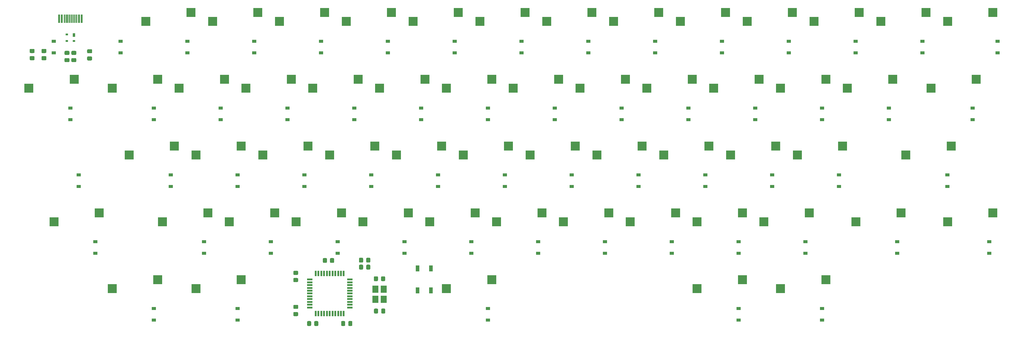
<source format=gbr>
%TF.GenerationSoftware,KiCad,Pcbnew,(5.1.6)-1*%
%TF.CreationDate,2020-09-28T13:00:59+07:00*%
%TF.ProjectId,HHKR,48484b52-2e6b-4696-9361-645f70636258,rev?*%
%TF.SameCoordinates,Original*%
%TF.FileFunction,Paste,Bot*%
%TF.FilePolarity,Positive*%
%FSLAX46Y46*%
G04 Gerber Fmt 4.6, Leading zero omitted, Abs format (unit mm)*
G04 Created by KiCad (PCBNEW (5.1.6)-1) date 2020-09-28 13:00:59*
%MOMM*%
%LPD*%
G01*
G04 APERTURE LIST*
%ADD10R,2.550000X2.500000*%
%ADD11R,1.800000X2.100000*%
%ADD12R,1.000000X1.700000*%
%ADD13R,0.700000X1.000000*%
%ADD14R,0.700000X0.600000*%
%ADD15R,1.200000X0.900000*%
%ADD16R,0.600000X2.450000*%
%ADD17R,0.300000X2.450000*%
%ADD18R,1.500000X0.550000*%
%ADD19R,0.550000X1.500000*%
G04 APERTURE END LIST*
D10*
%TO.C,MX60*%
X286802500Y81280000D03*
X273902500Y78740000D03*
%TD*%
%TO.C,MX30*%
X153452500Y62230000D03*
X140552500Y59690000D03*
%TD*%
%TO.C,MX27*%
X135790000Y21590000D03*
X148690000Y24130000D03*
%TD*%
%TO.C,MX22*%
X124877500Y43180000D03*
X111977500Y40640000D03*
%TD*%
%TO.C,R5*%
G36*
G01*
X112010000Y30160001D02*
X112010000Y29259999D01*
G75*
G02*
X111760001Y29010000I-249999J0D01*
G01*
X111109999Y29010000D01*
G75*
G02*
X110860000Y29259999I0J249999D01*
G01*
X110860000Y30160001D01*
G75*
G02*
X111109999Y30410000I249999J0D01*
G01*
X111760001Y30410000D01*
G75*
G02*
X112010000Y30160001I0J-249999D01*
G01*
G37*
G36*
G01*
X114060000Y30160001D02*
X114060000Y29259999D01*
G75*
G02*
X113810001Y29010000I-249999J0D01*
G01*
X113159999Y29010000D01*
G75*
G02*
X112910000Y29259999I0J249999D01*
G01*
X112910000Y30160001D01*
G75*
G02*
X113159999Y30410000I249999J0D01*
G01*
X113810001Y30410000D01*
G75*
G02*
X114060000Y30160001I0J-249999D01*
G01*
G37*
%TD*%
%TO.C,C2*%
G36*
G01*
X112910000Y27269999D02*
X112910000Y28170001D01*
G75*
G02*
X113159999Y28420000I249999J0D01*
G01*
X113810001Y28420000D01*
G75*
G02*
X114060000Y28170001I0J-249999D01*
G01*
X114060000Y27269999D01*
G75*
G02*
X113810001Y27020000I-249999J0D01*
G01*
X113159999Y27020000D01*
G75*
G02*
X112910000Y27269999I0J249999D01*
G01*
G37*
G36*
G01*
X110860000Y27269999D02*
X110860000Y28170001D01*
G75*
G02*
X111109999Y28420000I249999J0D01*
G01*
X111760001Y28420000D01*
G75*
G02*
X112010000Y28170001I0J-249999D01*
G01*
X112010000Y27269999D01*
G75*
G02*
X111760001Y27020000I-249999J0D01*
G01*
X111109999Y27020000D01*
G75*
G02*
X110860000Y27269999I0J249999D01*
G01*
G37*
%TD*%
%TO.C,C4*%
G36*
G01*
X117146250Y23947499D02*
X117146250Y24847501D01*
G75*
G02*
X117396249Y25097500I249999J0D01*
G01*
X118046251Y25097500D01*
G75*
G02*
X118296250Y24847501I0J-249999D01*
G01*
X118296250Y23947499D01*
G75*
G02*
X118046251Y23697500I-249999J0D01*
G01*
X117396249Y23697500D01*
G75*
G02*
X117146250Y23947499I0J249999D01*
G01*
G37*
G36*
G01*
X115096250Y23947499D02*
X115096250Y24847501D01*
G75*
G02*
X115346249Y25097500I249999J0D01*
G01*
X115996251Y25097500D01*
G75*
G02*
X116246250Y24847501I0J-249999D01*
G01*
X116246250Y23947499D01*
G75*
G02*
X115996251Y23697500I-249999J0D01*
G01*
X115346249Y23697500D01*
G75*
G02*
X115096250Y23947499I0J249999D01*
G01*
G37*
%TD*%
D11*
%TO.C,Y1*%
X117851250Y18507500D03*
X117851250Y21407500D03*
X115551250Y21407500D03*
X115551250Y18507500D03*
%TD*%
D12*
%TO.C,SW1*%
X127570000Y27390000D03*
X127570000Y21090000D03*
X131370000Y27390000D03*
X131370000Y21090000D03*
%TD*%
%TO.C,R6*%
G36*
G01*
X98090000Y11179999D02*
X98090000Y12080001D01*
G75*
G02*
X98339999Y12330000I249999J0D01*
G01*
X98990001Y12330000D01*
G75*
G02*
X99240000Y12080001I0J-249999D01*
G01*
X99240000Y11179999D01*
G75*
G02*
X98990001Y10930000I-249999J0D01*
G01*
X98339999Y10930000D01*
G75*
G02*
X98090000Y11179999I0J249999D01*
G01*
G37*
G36*
G01*
X96040000Y11179999D02*
X96040000Y12080001D01*
G75*
G02*
X96289999Y12330000I249999J0D01*
G01*
X96940001Y12330000D01*
G75*
G02*
X97190000Y12080001I0J-249999D01*
G01*
X97190000Y11179999D01*
G75*
G02*
X96940001Y10930000I-249999J0D01*
G01*
X96289999Y10930000D01*
G75*
G02*
X96040000Y11179999I0J249999D01*
G01*
G37*
%TD*%
%TO.C,C1*%
G36*
G01*
X107800000Y11189999D02*
X107800000Y12090001D01*
G75*
G02*
X108049999Y12340000I249999J0D01*
G01*
X108700001Y12340000D01*
G75*
G02*
X108950000Y12090001I0J-249999D01*
G01*
X108950000Y11189999D01*
G75*
G02*
X108700001Y10940000I-249999J0D01*
G01*
X108049999Y10940000D01*
G75*
G02*
X107800000Y11189999I0J249999D01*
G01*
G37*
G36*
G01*
X105750000Y11189999D02*
X105750000Y12090001D01*
G75*
G02*
X105999999Y12340000I249999J0D01*
G01*
X106650001Y12340000D01*
G75*
G02*
X106900000Y12090001I0J-249999D01*
G01*
X106900000Y11189999D01*
G75*
G02*
X106650001Y10940000I-249999J0D01*
G01*
X105999999Y10940000D01*
G75*
G02*
X105750000Y11189999I0J249999D01*
G01*
G37*
%TD*%
%TO.C,C7*%
G36*
G01*
X101700000Y30070001D02*
X101700000Y29169999D01*
G75*
G02*
X101450001Y28920000I-249999J0D01*
G01*
X100799999Y28920000D01*
G75*
G02*
X100550000Y29169999I0J249999D01*
G01*
X100550000Y30070001D01*
G75*
G02*
X100799999Y30320000I249999J0D01*
G01*
X101450001Y30320000D01*
G75*
G02*
X101700000Y30070001I0J-249999D01*
G01*
G37*
G36*
G01*
X103750000Y30070001D02*
X103750000Y29169999D01*
G75*
G02*
X103500001Y28920000I-249999J0D01*
G01*
X102849999Y28920000D01*
G75*
G02*
X102600000Y29169999I0J249999D01*
G01*
X102600000Y30070001D01*
G75*
G02*
X102849999Y30320000I249999J0D01*
G01*
X103500001Y30320000D01*
G75*
G02*
X103750000Y30070001I0J-249999D01*
G01*
G37*
%TD*%
%TO.C,C6*%
G36*
G01*
X93260001Y25500000D02*
X92359999Y25500000D01*
G75*
G02*
X92110000Y25749999I0J249999D01*
G01*
X92110000Y26400001D01*
G75*
G02*
X92359999Y26650000I249999J0D01*
G01*
X93260001Y26650000D01*
G75*
G02*
X93510000Y26400001I0J-249999D01*
G01*
X93510000Y25749999D01*
G75*
G02*
X93260001Y25500000I-249999J0D01*
G01*
G37*
G36*
G01*
X93260001Y23450000D02*
X92359999Y23450000D01*
G75*
G02*
X92110000Y23699999I0J249999D01*
G01*
X92110000Y24350001D01*
G75*
G02*
X92359999Y24600000I249999J0D01*
G01*
X93260001Y24600000D01*
G75*
G02*
X93510000Y24350001I0J-249999D01*
G01*
X93510000Y23699999D01*
G75*
G02*
X93260001Y23450000I-249999J0D01*
G01*
G37*
%TD*%
%TO.C,C5*%
G36*
G01*
X92359999Y14910000D02*
X93260001Y14910000D01*
G75*
G02*
X93510000Y14660001I0J-249999D01*
G01*
X93510000Y14009999D01*
G75*
G02*
X93260001Y13760000I-249999J0D01*
G01*
X92359999Y13760000D01*
G75*
G02*
X92110000Y14009999I0J249999D01*
G01*
X92110000Y14660001D01*
G75*
G02*
X92359999Y14910000I249999J0D01*
G01*
G37*
G36*
G01*
X92359999Y16960000D02*
X93260001Y16960000D01*
G75*
G02*
X93510000Y16710001I0J-249999D01*
G01*
X93510000Y16059999D01*
G75*
G02*
X93260001Y15810000I-249999J0D01*
G01*
X92359999Y15810000D01*
G75*
G02*
X92110000Y16059999I0J249999D01*
G01*
X92110000Y16710001D01*
G75*
G02*
X92359999Y16960000I249999J0D01*
G01*
G37*
%TD*%
%TO.C,C3*%
G36*
G01*
X116281250Y15637501D02*
X116281250Y14737499D01*
G75*
G02*
X116031251Y14487500I-249999J0D01*
G01*
X115381249Y14487500D01*
G75*
G02*
X115131250Y14737499I0J249999D01*
G01*
X115131250Y15637501D01*
G75*
G02*
X115381249Y15887500I249999J0D01*
G01*
X116031251Y15887500D01*
G75*
G02*
X116281250Y15637501I0J-249999D01*
G01*
G37*
G36*
G01*
X118331250Y15637501D02*
X118331250Y14737499D01*
G75*
G02*
X118081251Y14487500I-249999J0D01*
G01*
X117431249Y14487500D01*
G75*
G02*
X117181250Y14737499I0J249999D01*
G01*
X117181250Y15637501D01*
G75*
G02*
X117431249Y15887500I249999J0D01*
G01*
X118081251Y15887500D01*
G75*
G02*
X118331250Y15637501I0J-249999D01*
G01*
G37*
%TD*%
%TO.C,R1*%
G36*
G01*
X18100001Y88775000D02*
X17199999Y88775000D01*
G75*
G02*
X16950000Y89024999I0J249999D01*
G01*
X16950000Y89675001D01*
G75*
G02*
X17199999Y89925000I249999J0D01*
G01*
X18100001Y89925000D01*
G75*
G02*
X18350000Y89675001I0J-249999D01*
G01*
X18350000Y89024999D01*
G75*
G02*
X18100001Y88775000I-249999J0D01*
G01*
G37*
G36*
G01*
X18100001Y86725000D02*
X17199999Y86725000D01*
G75*
G02*
X16950000Y86974999I0J249999D01*
G01*
X16950000Y87625001D01*
G75*
G02*
X17199999Y87875000I249999J0D01*
G01*
X18100001Y87875000D01*
G75*
G02*
X18350000Y87625001I0J-249999D01*
G01*
X18350000Y86974999D01*
G75*
G02*
X18100001Y86725000I-249999J0D01*
G01*
G37*
%TD*%
D13*
%TO.C,U2*%
X29570000Y93880000D03*
D14*
X27570000Y94080000D03*
X29570000Y92180000D03*
X27570000Y92180000D03*
%TD*%
%TO.C,F1*%
G36*
G01*
X21480001Y88770000D02*
X20579999Y88770000D01*
G75*
G02*
X20330000Y89019999I0J249999D01*
G01*
X20330000Y89670001D01*
G75*
G02*
X20579999Y89920000I249999J0D01*
G01*
X21480001Y89920000D01*
G75*
G02*
X21730000Y89670001I0J-249999D01*
G01*
X21730000Y89019999D01*
G75*
G02*
X21480001Y88770000I-249999J0D01*
G01*
G37*
G36*
G01*
X21480001Y86720000D02*
X20579999Y86720000D01*
G75*
G02*
X20330000Y86969999I0J249999D01*
G01*
X20330000Y87620001D01*
G75*
G02*
X20579999Y87870000I249999J0D01*
G01*
X21480001Y87870000D01*
G75*
G02*
X21730000Y87620001I0J-249999D01*
G01*
X21730000Y86969999D01*
G75*
G02*
X21480001Y86720000I-249999J0D01*
G01*
G37*
%TD*%
D10*
%TO.C,MX4*%
X36771250Y43180000D03*
X23871250Y40640000D03*
%TD*%
%TO.C,MX56*%
X279658750Y62230000D03*
X266758750Y59690000D03*
%TD*%
%TO.C,MX18*%
X105827500Y43180000D03*
X92927500Y40640000D03*
%TD*%
%TO.C,MX17*%
X96302500Y62230000D03*
X83402500Y59690000D03*
%TD*%
%TO.C,MX16*%
X91540000Y81280000D03*
X78640000Y78740000D03*
%TD*%
D15*
%TO.C,D16*%
X90487500Y69787500D03*
X90487500Y73087500D03*
%TD*%
D16*
%TO.C,USB1*%
X31815000Y98560000D03*
X25365000Y98560000D03*
X31040000Y98560000D03*
X26140000Y98560000D03*
D17*
X26840000Y98560000D03*
X30340000Y98560000D03*
X27340000Y98560000D03*
X29840000Y98560000D03*
X27840000Y98560000D03*
X29340000Y98560000D03*
X28840000Y98560000D03*
X28340000Y98560000D03*
%TD*%
D18*
%TO.C,U1*%
X96800000Y24200000D03*
X96800000Y23400000D03*
X96800000Y22600000D03*
X96800000Y21800000D03*
X96800000Y21000000D03*
X96800000Y20200000D03*
X96800000Y19400000D03*
X96800000Y18600000D03*
X96800000Y17800000D03*
X96800000Y17000000D03*
X96800000Y16200000D03*
D19*
X98500000Y14500000D03*
X99300000Y14500000D03*
X100100000Y14500000D03*
X100900000Y14500000D03*
X101700000Y14500000D03*
X102500000Y14500000D03*
X103300000Y14500000D03*
X104100000Y14500000D03*
X104900000Y14500000D03*
X105700000Y14500000D03*
X106500000Y14500000D03*
D18*
X108200000Y16200000D03*
X108200000Y17000000D03*
X108200000Y17800000D03*
X108200000Y18600000D03*
X108200000Y19400000D03*
X108200000Y20200000D03*
X108200000Y21000000D03*
X108200000Y21800000D03*
X108200000Y22600000D03*
X108200000Y23400000D03*
X108200000Y24200000D03*
D19*
X106500000Y25900000D03*
X105700000Y25900000D03*
X104900000Y25900000D03*
X104100000Y25900000D03*
X103300000Y25900000D03*
X102500000Y25900000D03*
X101700000Y25900000D03*
X100900000Y25900000D03*
X100100000Y25900000D03*
X99300000Y25900000D03*
X98500000Y25900000D03*
%TD*%
%TO.C,R4*%
G36*
G01*
X27149999Y87320000D02*
X28050001Y87320000D01*
G75*
G02*
X28300000Y87070001I0J-249999D01*
G01*
X28300000Y86419999D01*
G75*
G02*
X28050001Y86170000I-249999J0D01*
G01*
X27149999Y86170000D01*
G75*
G02*
X26900000Y86419999I0J249999D01*
G01*
X26900000Y87070001D01*
G75*
G02*
X27149999Y87320000I249999J0D01*
G01*
G37*
G36*
G01*
X27149999Y89370000D02*
X28050001Y89370000D01*
G75*
G02*
X28300000Y89120001I0J-249999D01*
G01*
X28300000Y88469999D01*
G75*
G02*
X28050001Y88220000I-249999J0D01*
G01*
X27149999Y88220000D01*
G75*
G02*
X26900000Y88469999I0J249999D01*
G01*
X26900000Y89120001D01*
G75*
G02*
X27149999Y89370000I249999J0D01*
G01*
G37*
%TD*%
%TO.C,R3*%
G36*
G01*
X29099999Y87330000D02*
X30000001Y87330000D01*
G75*
G02*
X30250000Y87080001I0J-249999D01*
G01*
X30250000Y86429999D01*
G75*
G02*
X30000001Y86180000I-249999J0D01*
G01*
X29099999Y86180000D01*
G75*
G02*
X28850000Y86429999I0J249999D01*
G01*
X28850000Y87080001D01*
G75*
G02*
X29099999Y87330000I249999J0D01*
G01*
G37*
G36*
G01*
X29099999Y89380000D02*
X30000001Y89380000D01*
G75*
G02*
X30250000Y89130001I0J-249999D01*
G01*
X30250000Y88479999D01*
G75*
G02*
X30000001Y88230000I-249999J0D01*
G01*
X29099999Y88230000D01*
G75*
G02*
X28850000Y88479999I0J249999D01*
G01*
X28850000Y89130001D01*
G75*
G02*
X29099999Y89380000I249999J0D01*
G01*
G37*
%TD*%
%TO.C,R2*%
G36*
G01*
X34500001Y88700000D02*
X33599999Y88700000D01*
G75*
G02*
X33350000Y88949999I0J249999D01*
G01*
X33350000Y89600001D01*
G75*
G02*
X33599999Y89850000I249999J0D01*
G01*
X34500001Y89850000D01*
G75*
G02*
X34750000Y89600001I0J-249999D01*
G01*
X34750000Y88949999D01*
G75*
G02*
X34500001Y88700000I-249999J0D01*
G01*
G37*
G36*
G01*
X34500001Y86650000D02*
X33599999Y86650000D01*
G75*
G02*
X33350000Y86899999I0J249999D01*
G01*
X33350000Y87550001D01*
G75*
G02*
X33599999Y87800000I249999J0D01*
G01*
X34500001Y87800000D01*
G75*
G02*
X34750000Y87550001I0J-249999D01*
G01*
X34750000Y86899999D01*
G75*
G02*
X34500001Y86650000I-249999J0D01*
G01*
G37*
%TD*%
D10*
%TO.C,MX59*%
X291565000Y100330000D03*
X278665000Y97790000D03*
%TD*%
%TO.C,MX58*%
X272515000Y100330000D03*
X259615000Y97790000D03*
%TD*%
%TO.C,MX57*%
X291565000Y43180000D03*
X278665000Y40640000D03*
%TD*%
%TO.C,MX55*%
X262990000Y81280000D03*
X250090000Y78740000D03*
%TD*%
%TO.C,MX54*%
X253465000Y100330000D03*
X240565000Y97790000D03*
%TD*%
%TO.C,MX53*%
X265371250Y43180000D03*
X252471250Y40640000D03*
%TD*%
%TO.C,MX52*%
X248702500Y62230000D03*
X235802500Y59690000D03*
%TD*%
%TO.C,MX51*%
X243940000Y81280000D03*
X231040000Y78740000D03*
%TD*%
%TO.C,MX50*%
X234415000Y100330000D03*
X221515000Y97790000D03*
%TD*%
%TO.C,MX49*%
X243940000Y24130000D03*
X231040000Y21590000D03*
%TD*%
%TO.C,MX48*%
X239177500Y43180000D03*
X226277500Y40640000D03*
%TD*%
%TO.C,MX47*%
X229652500Y62230000D03*
X216752500Y59690000D03*
%TD*%
%TO.C,MX46*%
X224890000Y81280000D03*
X211990000Y78740000D03*
%TD*%
%TO.C,MX45*%
X215365000Y100330000D03*
X202465000Y97790000D03*
%TD*%
%TO.C,MX44*%
X220127500Y24130000D03*
X207227500Y21590000D03*
%TD*%
%TO.C,MX43*%
X220127500Y43180000D03*
X207227500Y40640000D03*
%TD*%
%TO.C,MX42*%
X210602500Y62230000D03*
X197702500Y59690000D03*
%TD*%
%TO.C,MX41*%
X205840000Y81280000D03*
X192940000Y78740000D03*
%TD*%
%TO.C,MX40*%
X196315000Y100330000D03*
X183415000Y97790000D03*
%TD*%
%TO.C,MX39*%
X201077500Y43180000D03*
X188177500Y40640000D03*
%TD*%
%TO.C,MX38*%
X191552500Y62230000D03*
X178652500Y59690000D03*
%TD*%
%TO.C,MX37*%
X186790000Y81280000D03*
X173890000Y78740000D03*
%TD*%
%TO.C,MX36*%
X177265000Y100330000D03*
X164365000Y97790000D03*
%TD*%
%TO.C,MX35*%
X182027500Y43180000D03*
X169127500Y40640000D03*
%TD*%
%TO.C,MX34*%
X172502500Y62230000D03*
X159602500Y59690000D03*
%TD*%
%TO.C,MX33*%
X167740000Y81280000D03*
X154840000Y78740000D03*
%TD*%
%TO.C,MX32*%
X158215000Y100330000D03*
X145315000Y97790000D03*
%TD*%
%TO.C,MX31*%
X162977500Y43180000D03*
X150077500Y40640000D03*
%TD*%
%TO.C,MX29*%
X148690000Y81280000D03*
X135790000Y78740000D03*
%TD*%
%TO.C,MX28*%
X139165000Y100330000D03*
X126265000Y97790000D03*
%TD*%
%TO.C,MX26*%
X143927500Y43180000D03*
X131027500Y40640000D03*
%TD*%
%TO.C,MX25*%
X134402500Y62230000D03*
X121502500Y59690000D03*
%TD*%
%TO.C,MX24*%
X129640000Y81280000D03*
X116740000Y78740000D03*
%TD*%
%TO.C,MX23*%
X120115000Y100330000D03*
X107215000Y97790000D03*
%TD*%
%TO.C,MX21*%
X115352500Y62230000D03*
X102452500Y59690000D03*
%TD*%
%TO.C,MX20*%
X110590000Y81280000D03*
X97690000Y78740000D03*
%TD*%
%TO.C,MX19*%
X101065000Y100330000D03*
X88165000Y97790000D03*
%TD*%
%TO.C,MX15*%
X82015000Y100330000D03*
X69115000Y97790000D03*
%TD*%
%TO.C,MX14*%
X86777500Y43180000D03*
X73877500Y40640000D03*
%TD*%
%TO.C,MX13*%
X77252500Y62230000D03*
X64352500Y59690000D03*
%TD*%
%TO.C,MX12*%
X72490000Y81280000D03*
X59590000Y78740000D03*
%TD*%
%TO.C,MX11*%
X62965000Y100330000D03*
X50065000Y97790000D03*
%TD*%
%TO.C,MX10*%
X77252500Y24130000D03*
X64352500Y21590000D03*
%TD*%
%TO.C,MX9*%
X67727500Y43180000D03*
X54827500Y40640000D03*
%TD*%
%TO.C,MX8*%
X58202500Y62230000D03*
X45302500Y59690000D03*
%TD*%
%TO.C,MX7*%
X53440000Y81280000D03*
X40540000Y78740000D03*
%TD*%
%TO.C,MX5*%
X53440000Y24130000D03*
X40540000Y21590000D03*
%TD*%
%TO.C,MX2*%
X29627500Y81280000D03*
X16727500Y78740000D03*
%TD*%
D15*
%TO.C,D60*%
X285750000Y69787500D03*
X285750000Y73087500D03*
%TD*%
%TO.C,D59*%
X292893750Y88837500D03*
X292893750Y92137500D03*
%TD*%
%TO.C,D58*%
X271462500Y88837500D03*
X271462500Y92137500D03*
%TD*%
%TO.C,D57*%
X290512500Y31687500D03*
X290512500Y34987500D03*
%TD*%
%TO.C,D56*%
X278606250Y50737500D03*
X278606250Y54037500D03*
%TD*%
%TO.C,D55*%
X261937500Y69787500D03*
X261937500Y73087500D03*
%TD*%
%TO.C,D54*%
X252412500Y88837500D03*
X252412500Y92137500D03*
%TD*%
%TO.C,D53*%
X264318750Y31687500D03*
X264318750Y34987500D03*
%TD*%
%TO.C,D52*%
X247650000Y50737500D03*
X247650000Y54037500D03*
%TD*%
%TO.C,D51*%
X242887500Y69787500D03*
X242887500Y73087500D03*
%TD*%
%TO.C,D50*%
X233362500Y88837500D03*
X233362500Y92137500D03*
%TD*%
%TO.C,D49*%
X242887500Y12637500D03*
X242887500Y15937500D03*
%TD*%
%TO.C,D48*%
X238125000Y31687500D03*
X238125000Y34987500D03*
%TD*%
%TO.C,D47*%
X228600000Y50737500D03*
X228600000Y54037500D03*
%TD*%
%TO.C,D46*%
X223837500Y69787500D03*
X223837500Y73087500D03*
%TD*%
%TO.C,D45*%
X214312500Y88837500D03*
X214312500Y92137500D03*
%TD*%
%TO.C,D44*%
X219075000Y12637500D03*
X219075000Y15937500D03*
%TD*%
%TO.C,D43*%
X219075000Y31687500D03*
X219075000Y34987500D03*
%TD*%
%TO.C,D42*%
X209550000Y50737500D03*
X209550000Y54037500D03*
%TD*%
%TO.C,D41*%
X204787500Y69787500D03*
X204787500Y73087500D03*
%TD*%
%TO.C,D40*%
X195262500Y88837500D03*
X195262500Y92137500D03*
%TD*%
%TO.C,D39*%
X200025000Y31687500D03*
X200025000Y34987500D03*
%TD*%
%TO.C,D38*%
X190500000Y50737500D03*
X190500000Y54037500D03*
%TD*%
%TO.C,D37*%
X185737500Y69787500D03*
X185737500Y73087500D03*
%TD*%
%TO.C,D36*%
X176212500Y88837500D03*
X176212500Y92137500D03*
%TD*%
%TO.C,D35*%
X180975000Y31687500D03*
X180975000Y34987500D03*
%TD*%
%TO.C,D34*%
X171450000Y50737500D03*
X171450000Y54037500D03*
%TD*%
%TO.C,D33*%
X166687500Y69787500D03*
X166687500Y73087500D03*
%TD*%
%TO.C,D32*%
X157162500Y88837500D03*
X157162500Y92137500D03*
%TD*%
%TO.C,D31*%
X161925000Y31687500D03*
X161925000Y34987500D03*
%TD*%
%TO.C,D30*%
X152400000Y50737500D03*
X152400000Y54037500D03*
%TD*%
%TO.C,D29*%
X147637500Y69787500D03*
X147637500Y73087500D03*
%TD*%
%TO.C,D28*%
X138112500Y88837500D03*
X138112500Y92137500D03*
%TD*%
%TO.C,D27*%
X147637500Y12637500D03*
X147637500Y15937500D03*
%TD*%
%TO.C,D26*%
X142875000Y31687500D03*
X142875000Y34987500D03*
%TD*%
%TO.C,D25*%
X133350000Y50737500D03*
X133350000Y54037500D03*
%TD*%
%TO.C,D24*%
X128587500Y69787500D03*
X128587500Y73087500D03*
%TD*%
%TO.C,D23*%
X119062500Y88837500D03*
X119062500Y92137500D03*
%TD*%
%TO.C,D22*%
X123825000Y31687500D03*
X123825000Y34987500D03*
%TD*%
%TO.C,D21*%
X114300000Y50737500D03*
X114300000Y54037500D03*
%TD*%
%TO.C,D20*%
X109537500Y69787500D03*
X109537500Y73087500D03*
%TD*%
%TO.C,D19*%
X100012500Y88837500D03*
X100012500Y92137500D03*
%TD*%
%TO.C,D18*%
X104775000Y31687500D03*
X104775000Y34987500D03*
%TD*%
%TO.C,D17*%
X95250000Y50737500D03*
X95250000Y54037500D03*
%TD*%
%TO.C,D15*%
X80962500Y88837500D03*
X80962500Y92137500D03*
%TD*%
%TO.C,D14*%
X85725000Y31687500D03*
X85725000Y34987500D03*
%TD*%
%TO.C,D13*%
X76200000Y50737500D03*
X76200000Y54037500D03*
%TD*%
%TO.C,D12*%
X71437500Y69787500D03*
X71437500Y73087500D03*
%TD*%
%TO.C,D11*%
X61912500Y88837500D03*
X61912500Y92137500D03*
%TD*%
%TO.C,D10*%
X76200000Y12637500D03*
X76200000Y15937500D03*
%TD*%
%TO.C,D9*%
X66675000Y31687500D03*
X66675000Y34987500D03*
%TD*%
%TO.C,D8*%
X57150000Y50737500D03*
X57150000Y54037500D03*
%TD*%
%TO.C,D7*%
X52387500Y69787500D03*
X52387500Y73087500D03*
%TD*%
%TO.C,D6*%
X42862500Y88837500D03*
X42862500Y92137500D03*
%TD*%
%TO.C,D5*%
X52387500Y12637500D03*
X52387500Y15937500D03*
%TD*%
%TO.C,D4*%
X35718750Y31687500D03*
X35718750Y34987500D03*
%TD*%
%TO.C,D3*%
X30956250Y50737500D03*
X30956250Y54037500D03*
%TD*%
%TO.C,D2*%
X28575000Y69787500D03*
X28575000Y73087500D03*
%TD*%
%TO.C,D1*%
X23812500Y88837500D03*
X23812500Y92137500D03*
%TD*%
M02*

</source>
